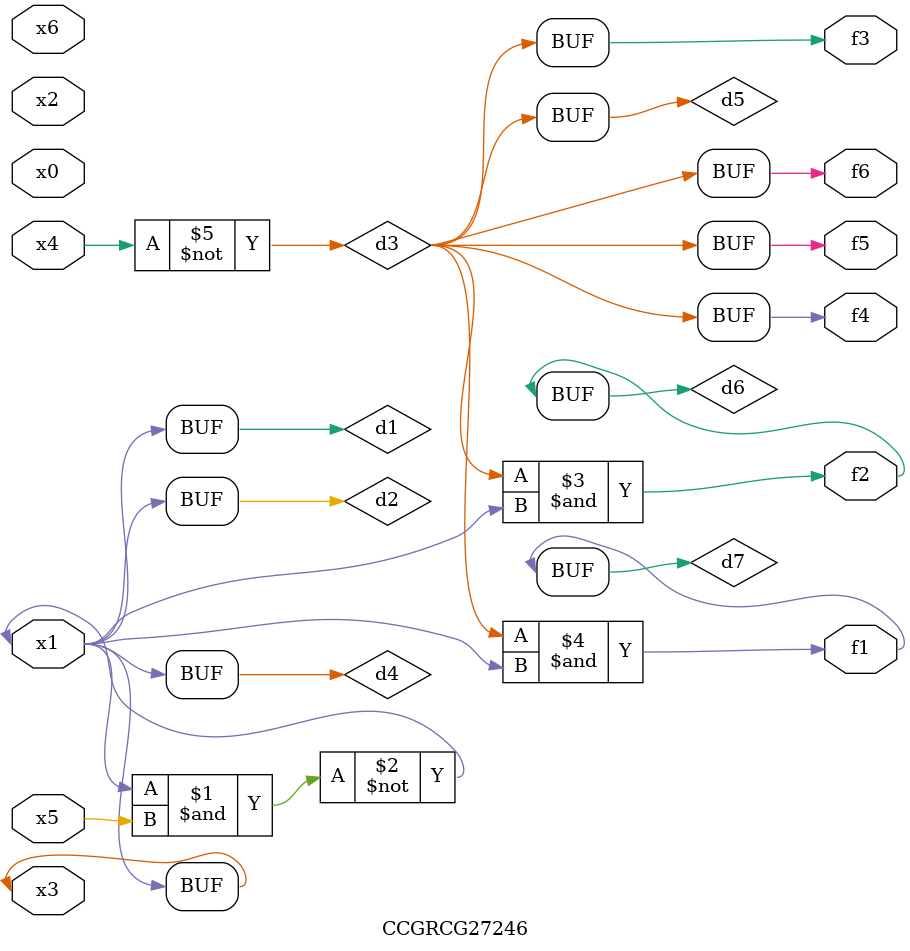
<source format=v>
module CCGRCG27246(
	input x0, x1, x2, x3, x4, x5, x6,
	output f1, f2, f3, f4, f5, f6
);

	wire d1, d2, d3, d4, d5, d6, d7;

	buf (d1, x1, x3);
	nand (d2, x1, x5);
	not (d3, x4);
	buf (d4, d1, d2);
	buf (d5, d3);
	and (d6, d3, d4);
	and (d7, d3, d4);
	assign f1 = d7;
	assign f2 = d6;
	assign f3 = d5;
	assign f4 = d5;
	assign f5 = d5;
	assign f6 = d5;
endmodule

</source>
